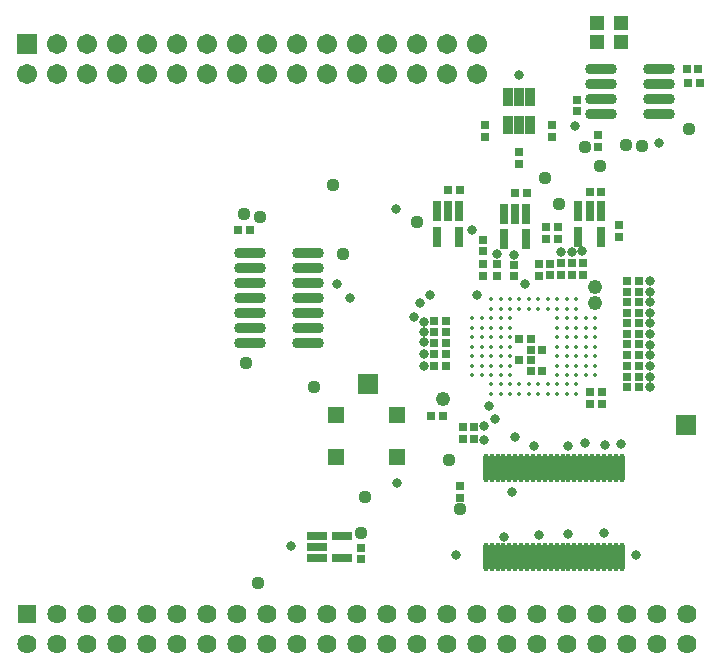
<source format=gts>
G04 Layer_Color=8388736*
%FSLAX25Y25*%
%MOIN*%
G70*
G01*
G75*
%ADD13R,0.05500X0.05500*%
%ADD64C,0.01378*%
%ADD86R,0.06509X0.02965*%
%ADD87R,0.06509X0.02965*%
%ADD88O,0.10642X0.03556*%
%ADD89R,0.02965X0.06509*%
%ADD90R,0.02965X0.06509*%
%ADD91O,0.01784X0.09509*%
%ADD92R,0.03556X0.05918*%
%ADD93R,0.03162X0.02769*%
%ADD94R,0.02769X0.03162*%
%ADD95R,0.04737X0.04737*%
%ADD96R,0.06706X0.06706*%
%ADD97C,0.04800*%
%ADD98C,0.06706*%
%ADD99C,0.06400*%
%ADD100R,0.06400X0.06400*%
%ADD101C,0.04400*%
%ADD102C,0.03200*%
D13*
X135387Y87690D02*
D03*
Y73690D02*
D03*
X114887Y87690D02*
D03*
Y73690D02*
D03*
D64*
X201260Y120000D02*
D03*
X194961Y123150D02*
D03*
X198110Y116850D02*
D03*
Y120000D02*
D03*
X194961Y126299D02*
D03*
X191811Y123150D02*
D03*
X194961Y120000D02*
D03*
X191811D02*
D03*
X201260Y113701D02*
D03*
Y116850D02*
D03*
Y110551D02*
D03*
X198110Y113701D02*
D03*
X194961D02*
D03*
Y116850D02*
D03*
X198110Y110551D02*
D03*
X194961D02*
D03*
X191811Y126299D02*
D03*
X188661D02*
D03*
Y123150D02*
D03*
X185512Y126299D02*
D03*
X182362D02*
D03*
X179213D02*
D03*
X185512Y123150D02*
D03*
X182362D02*
D03*
X191811Y116850D02*
D03*
X188661Y120000D02*
D03*
X191811Y110551D02*
D03*
Y113701D02*
D03*
X188661D02*
D03*
Y116850D02*
D03*
Y110551D02*
D03*
X201260Y104252D02*
D03*
Y107402D02*
D03*
X198110D02*
D03*
X194961Y104252D02*
D03*
Y107402D02*
D03*
X201260Y101102D02*
D03*
X198110D02*
D03*
Y104252D02*
D03*
X194961Y101102D02*
D03*
Y94803D02*
D03*
Y97953D02*
D03*
X191811Y107402D02*
D03*
X188661D02*
D03*
X191811Y101102D02*
D03*
Y104252D02*
D03*
X188661D02*
D03*
Y101102D02*
D03*
X185512Y97953D02*
D03*
X191811D02*
D03*
X188661D02*
D03*
X191811Y94803D02*
D03*
X188661D02*
D03*
X185512D02*
D03*
X182362Y97953D02*
D03*
Y94803D02*
D03*
X179213D02*
D03*
X176063Y126299D02*
D03*
X172913D02*
D03*
X176063Y123150D02*
D03*
X169764D02*
D03*
Y126299D02*
D03*
X179213Y123150D02*
D03*
X172913Y120000D02*
D03*
Y110551D02*
D03*
Y116850D02*
D03*
Y123150D02*
D03*
X169764Y120000D02*
D03*
X172913Y113701D02*
D03*
X169764D02*
D03*
X166614Y123150D02*
D03*
Y126299D02*
D03*
X169764Y116850D02*
D03*
X166614Y120000D02*
D03*
X163465D02*
D03*
X160315D02*
D03*
X163465Y116850D02*
D03*
X160315D02*
D03*
X166614Y113701D02*
D03*
Y116850D02*
D03*
X169764Y110551D02*
D03*
X166614D02*
D03*
X163465Y113701D02*
D03*
X160315D02*
D03*
X163465Y110551D02*
D03*
X160315D02*
D03*
X172913Y101102D02*
D03*
Y104252D02*
D03*
X179213Y97953D02*
D03*
X176063D02*
D03*
X172913Y107402D02*
D03*
X169764Y104252D02*
D03*
Y101102D02*
D03*
X172913Y97953D02*
D03*
X169764D02*
D03*
X176063Y94803D02*
D03*
X172913D02*
D03*
X169764D02*
D03*
Y107402D02*
D03*
X166614D02*
D03*
X163465D02*
D03*
X160315Y104252D02*
D03*
Y107402D02*
D03*
X166614Y101102D02*
D03*
Y104252D02*
D03*
Y94803D02*
D03*
Y97953D02*
D03*
X163465Y101102D02*
D03*
Y104252D02*
D03*
X160315Y101102D02*
D03*
D86*
X116891Y47544D02*
D03*
Y40064D02*
D03*
X108426D02*
D03*
Y43804D02*
D03*
D87*
X108426Y47544D02*
D03*
D88*
X105581Y131858D02*
D03*
Y136858D02*
D03*
Y116858D02*
D03*
Y126858D02*
D03*
Y141858D02*
D03*
Y121858D02*
D03*
Y111858D02*
D03*
X86290Y141858D02*
D03*
Y131858D02*
D03*
Y136858D02*
D03*
Y121858D02*
D03*
Y126858D02*
D03*
Y111858D02*
D03*
Y116858D02*
D03*
X222520Y198158D02*
D03*
Y203158D02*
D03*
Y193158D02*
D03*
Y188158D02*
D03*
X203228Y203158D02*
D03*
Y193158D02*
D03*
Y198158D02*
D03*
Y188158D02*
D03*
D89*
X155975Y155634D02*
D03*
X178386Y154902D02*
D03*
X203219Y155634D02*
D03*
D90*
X155975Y147169D02*
D03*
X148495Y155634D02*
D03*
X152235D02*
D03*
X148495Y147169D02*
D03*
X178386Y146437D02*
D03*
X170905Y154902D02*
D03*
X174646D02*
D03*
X170905Y146437D02*
D03*
X203219Y147169D02*
D03*
X195739Y155634D02*
D03*
X199479D02*
D03*
X195739Y147169D02*
D03*
D91*
X208141Y70224D02*
D03*
X206172D02*
D03*
X210109D02*
D03*
X200267D02*
D03*
X202235D02*
D03*
X204204D02*
D03*
X196330D02*
D03*
X198298D02*
D03*
X192393D02*
D03*
X194361D02*
D03*
X188456D02*
D03*
X190424D02*
D03*
X186487D02*
D03*
X210109Y40559D02*
D03*
X206172D02*
D03*
X208141D02*
D03*
X202235D02*
D03*
X204204D02*
D03*
X190424D02*
D03*
X192393D02*
D03*
X186487D02*
D03*
X188456D02*
D03*
X198298D02*
D03*
X200267D02*
D03*
X194361D02*
D03*
X196330D02*
D03*
X182550Y70224D02*
D03*
X180581D02*
D03*
X184519D02*
D03*
X178613D02*
D03*
X174676D02*
D03*
X176645D02*
D03*
X170739D02*
D03*
X172707D02*
D03*
X166802D02*
D03*
X168771D02*
D03*
X164833D02*
D03*
X182550Y40559D02*
D03*
X184519D02*
D03*
X176645D02*
D03*
X178613D02*
D03*
X180581D02*
D03*
X164833D02*
D03*
X166802D02*
D03*
X172707D02*
D03*
X174676D02*
D03*
X168771D02*
D03*
X170739D02*
D03*
D92*
X179724Y193858D02*
D03*
X175984D02*
D03*
X179724Y184409D02*
D03*
X172244D02*
D03*
X175984D02*
D03*
X172244Y193858D02*
D03*
D93*
X86093Y149299D02*
D03*
X82156D02*
D03*
X150669Y87283D02*
D03*
X146732D02*
D03*
X236103Y198414D02*
D03*
X232166D02*
D03*
X235709Y203138D02*
D03*
X231772D02*
D03*
X215787Y97047D02*
D03*
X211850D02*
D03*
X151496Y119055D02*
D03*
X147559D02*
D03*
X179842Y113228D02*
D03*
X175906D02*
D03*
X179803Y105984D02*
D03*
X175866D02*
D03*
X183740Y109606D02*
D03*
X179803D02*
D03*
X183740Y102598D02*
D03*
X179803D02*
D03*
X151535Y111890D02*
D03*
X147598D02*
D03*
X151535Y115551D02*
D03*
X147598D02*
D03*
X151496Y107992D02*
D03*
X147559D02*
D03*
X151614Y104213D02*
D03*
X147677D02*
D03*
X215869Y111343D02*
D03*
X211932D02*
D03*
X215787Y107677D02*
D03*
X211850D02*
D03*
X215787Y100591D02*
D03*
X211850D02*
D03*
X215787Y104134D02*
D03*
X211850D02*
D03*
X215787Y125394D02*
D03*
X211850D02*
D03*
X215787Y121850D02*
D03*
X211850D02*
D03*
X215787Y132480D02*
D03*
X211850D02*
D03*
X215787Y128937D02*
D03*
X211850D02*
D03*
X215787Y114764D02*
D03*
X211850D02*
D03*
X215787Y118307D02*
D03*
X211850D02*
D03*
X156172Y162819D02*
D03*
X152235D02*
D03*
X178613Y161638D02*
D03*
X174676D02*
D03*
X203416Y162031D02*
D03*
X199479D02*
D03*
D94*
X123367Y43591D02*
D03*
Y39654D02*
D03*
X202244Y181091D02*
D03*
Y177154D02*
D03*
X187008Y184331D02*
D03*
Y180394D02*
D03*
X175984Y175433D02*
D03*
Y171496D02*
D03*
X164606Y184449D02*
D03*
Y180512D02*
D03*
X195158Y192902D02*
D03*
Y188965D02*
D03*
X197117Y138409D02*
D03*
Y134472D02*
D03*
X203740Y95315D02*
D03*
Y91378D02*
D03*
X199646Y95354D02*
D03*
Y91417D02*
D03*
X156172Y64000D02*
D03*
Y60063D02*
D03*
X157353Y83685D02*
D03*
Y79748D02*
D03*
X160897Y83685D02*
D03*
Y79748D02*
D03*
X163898Y137953D02*
D03*
Y134016D02*
D03*
X168543Y138031D02*
D03*
Y134095D02*
D03*
X174252Y137913D02*
D03*
Y133976D02*
D03*
X186417Y138268D02*
D03*
Y134331D02*
D03*
X182638Y138150D02*
D03*
Y134213D02*
D03*
X193574Y138409D02*
D03*
Y134472D02*
D03*
X190030Y138409D02*
D03*
Y134472D02*
D03*
X163976Y146260D02*
D03*
Y142323D02*
D03*
X185000Y150469D02*
D03*
Y146531D02*
D03*
X209322Y151008D02*
D03*
Y147071D02*
D03*
X189000Y150469D02*
D03*
Y146531D02*
D03*
D95*
X202059Y218390D02*
D03*
Y212091D02*
D03*
X209922Y218454D02*
D03*
Y212154D02*
D03*
D96*
X231496Y84488D02*
D03*
X125630Y98150D02*
D03*
X12000Y211297D02*
D03*
D97*
X201142Y130354D02*
D03*
X150748Y93228D02*
D03*
X201102Y125000D02*
D03*
D98*
X12000Y201297D02*
D03*
X22000Y211297D02*
D03*
Y201297D02*
D03*
X32000Y211297D02*
D03*
Y201297D02*
D03*
X42000Y211297D02*
D03*
Y201297D02*
D03*
X52000Y211297D02*
D03*
Y201297D02*
D03*
X62000Y211297D02*
D03*
Y201297D02*
D03*
X72000Y211297D02*
D03*
Y201297D02*
D03*
X82000Y211297D02*
D03*
Y201297D02*
D03*
X92000Y211297D02*
D03*
Y201297D02*
D03*
X102000Y211297D02*
D03*
Y201297D02*
D03*
X112000Y211297D02*
D03*
Y201297D02*
D03*
X122000Y211297D02*
D03*
Y201297D02*
D03*
X132000Y211297D02*
D03*
Y201297D02*
D03*
X142000Y211297D02*
D03*
Y201297D02*
D03*
X152000Y211297D02*
D03*
Y201297D02*
D03*
X162000Y211297D02*
D03*
Y201297D02*
D03*
D99*
X222001Y21297D02*
D03*
X232000D02*
D03*
X182001D02*
D03*
X212000D02*
D03*
X202000D02*
D03*
Y11297D02*
D03*
X192000Y21297D02*
D03*
X132001D02*
D03*
X142000D02*
D03*
X122001D02*
D03*
X162001D02*
D03*
X172001D02*
D03*
X152000D02*
D03*
X232000Y11297D02*
D03*
X212000D02*
D03*
X222001D02*
D03*
X182001D02*
D03*
X192000D02*
D03*
X172001D02*
D03*
X122001D02*
D03*
X132001D02*
D03*
X112001D02*
D03*
X152000D02*
D03*
X162001D02*
D03*
X142000D02*
D03*
X102000Y21297D02*
D03*
X112001D02*
D03*
X92001D02*
D03*
X72000D02*
D03*
X82000D02*
D03*
X62001D02*
D03*
X42000D02*
D03*
X52000D02*
D03*
X22001D02*
D03*
X32000D02*
D03*
X72000Y11297D02*
D03*
X82000D02*
D03*
X52000D02*
D03*
X62001D02*
D03*
X92001D02*
D03*
X102000D02*
D03*
X32000D02*
D03*
X42000D02*
D03*
X12000D02*
D03*
X22001D02*
D03*
D100*
X12000Y21297D02*
D03*
D101*
X216885Y177483D02*
D03*
X211741Y177639D02*
D03*
X203013Y170625D02*
D03*
X123389Y48364D02*
D03*
X84244Y154690D02*
D03*
X124563Y60583D02*
D03*
X84912Y105204D02*
D03*
X117196Y141425D02*
D03*
X184519Y166756D02*
D03*
X141999Y152189D02*
D03*
X189243Y158094D02*
D03*
X152629Y72661D02*
D03*
X107609Y97004D02*
D03*
X113819Y164370D02*
D03*
X197823Y177154D02*
D03*
X232638Y182992D02*
D03*
X89016Y31653D02*
D03*
X89724Y153740D02*
D03*
X156102Y56417D02*
D03*
D102*
X154991Y41165D02*
D03*
X214833Y41165D02*
D03*
X219443Y114764D02*
D03*
Y132480D02*
D03*
Y128937D02*
D03*
X197907Y78423D02*
D03*
X192403Y77402D02*
D03*
X219443Y100591D02*
D03*
Y97047D02*
D03*
Y107677D02*
D03*
Y104134D02*
D03*
X173630Y62031D02*
D03*
X219443Y125394D02*
D03*
X180936Y77464D02*
D03*
X219443Y111221D02*
D03*
Y118307D02*
D03*
Y121850D02*
D03*
X174676Y80535D02*
D03*
X134912Y156519D02*
D03*
X115227Y131582D02*
D03*
X119558Y126858D02*
D03*
X204606Y77638D02*
D03*
X210079Y78071D02*
D03*
X168032Y86339D02*
D03*
X164173Y84252D02*
D03*
X165791Y90828D02*
D03*
X222520Y178532D02*
D03*
X194528Y184016D02*
D03*
X135315Y65197D02*
D03*
X100039Y44094D02*
D03*
X204095Y48583D02*
D03*
X170787Y47087D02*
D03*
X182550Y47904D02*
D03*
X192393Y48237D02*
D03*
X164331Y79331D02*
D03*
X175984Y201024D02*
D03*
X161811Y127717D02*
D03*
X146181D02*
D03*
X142835Y125157D02*
D03*
X178071Y131575D02*
D03*
X160197Y149291D02*
D03*
X174252Y141024D02*
D03*
X168504Y141425D02*
D03*
X189803Y142165D02*
D03*
X193465D02*
D03*
X197008Y142362D02*
D03*
X140787Y120346D02*
D03*
X144370Y104252D02*
D03*
Y108189D02*
D03*
Y112008D02*
D03*
Y115512D02*
D03*
Y118858D02*
D03*
M02*

</source>
